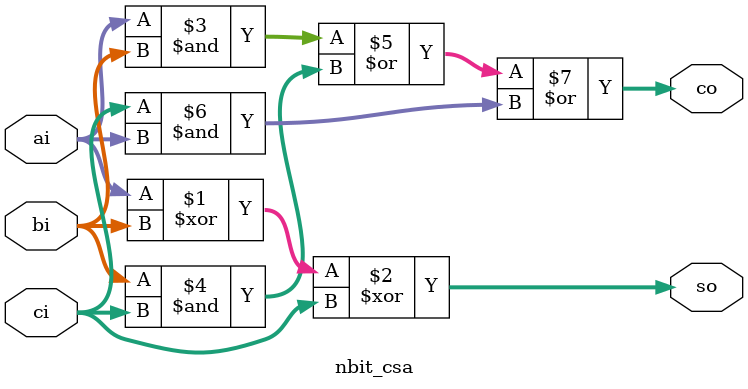
<source format=v>
/**
* @file     nbit_csa.v
* @brief    Nbit carry save adder. Using parameter call.
* @author   ryu.bee.mono96ck@gmail.com
* @data     05.20.2017
*
* Copyright (c) 2017 by NAIST This model is the confidential and
* proprietary property of NAIST and the possession or use of this
* file requires a written license from NAIST.
**/

`timescale 1ns/1ps

/**
 * @fn
 * nbit csa
 * @brief               nbit csa
 * @param OP_WIDTH      generic                 operand width
 * @param ai            int [REG_WIDTH-1:0]     in arg
 * @param bi            int [REG_WIDTH-1:0]     in arg
 * @param ci            int [REG_WIDTH-1:0]     in arg
 * @param so            out [REG_WIDTH-1:0]     out solution
 * @param co            out [REG_WIDTH-1:0]     out carry out
 */
module nbit_csa
#(
    parameter                               OP_WIDTH       = 32
)(
    input   wire    [OP_WIDTH-1:0]         ai,
    input   wire    [OP_WIDTH-1:0]         bi,
    input   wire    [OP_WIDTH-1:0]         ci,
    output  wire    [OP_WIDTH-1:0]         so,
    output  wire    [OP_WIDTH-1:0]         co
);
// synopsys template

assign so = ai ^ bi ^ ci;
assign co = ((ai & bi) | (bi & ci) | (ci & ai));
endmodule

</source>
